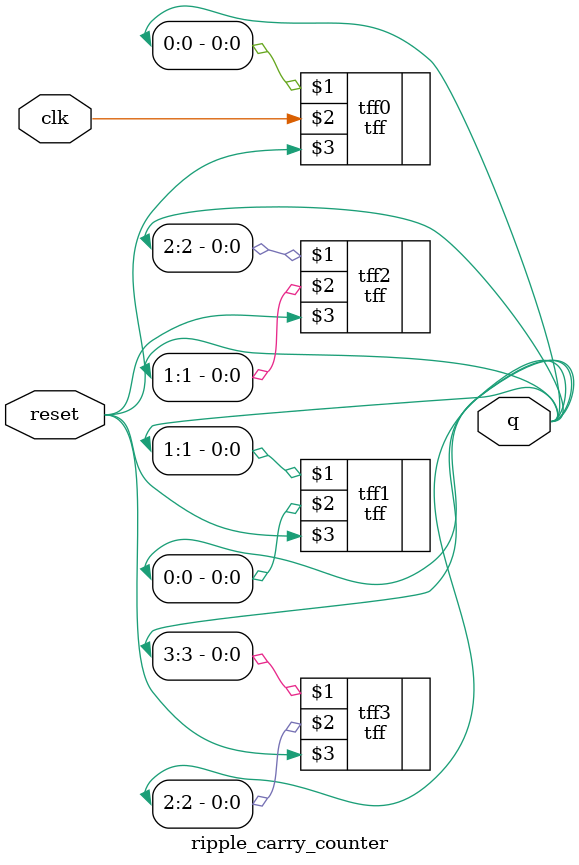
<source format=v>
module ripple_carry_counter (q, clk, reset);

    output [3:0] q;
    input clk, reset;

    tff tff0(q[0], clk, reset);
    tff tff1(q[1], q[0], reset);
    tff tff2(q[2], q[1], reset);
    tff tff3(q[3], q[2], reset);

endmodule



</source>
